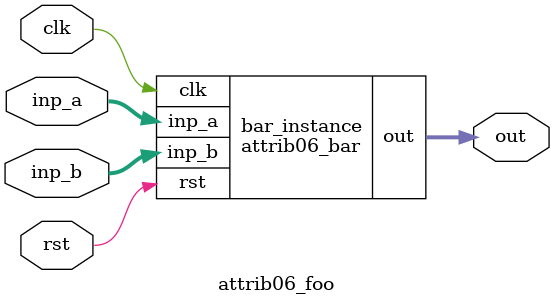
<source format=v>
module attrib06_bar(clk, rst, inp_a, inp_b, out);
  input  wire clk;
  input  wire rst;
  input  wire [7:0] inp_a;
  input  wire [7:0] inp_b;
  output reg  [7:0] out;

  always @(posedge clk)
    if (rst) out <= 0;
    else     out <= inp_a + (* ripple_adder *) inp_b;

endmodule

module attrib06_foo(clk, rst, inp_a, inp_b, out);
  input  wire clk;
  input  wire rst;
  input  wire [7:0] inp_a;
  input  wire [7:0] inp_b;
  output wire [7:0] out;

  attrib06_bar bar_instance (clk, rst, inp_a, inp_b, out);
endmodule


</source>
